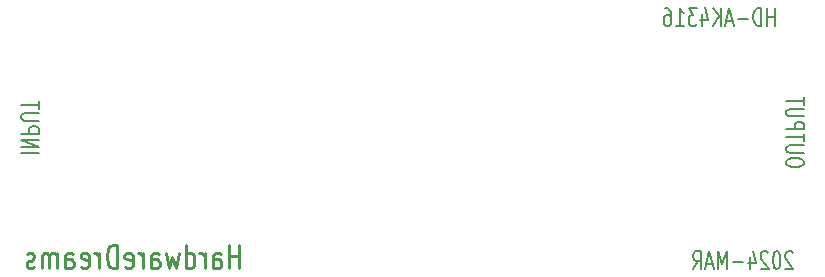
<source format=gbr>
%TF.GenerationSoftware,KiCad,Pcbnew,7.0.10*%
%TF.CreationDate,2024-03-29T17:01:24+09:00*%
%TF.ProjectId,HD-AK4316,48442d41-4b34-4333-9136-2e6b69636164,rev?*%
%TF.SameCoordinates,Original*%
%TF.FileFunction,Legend,Bot*%
%TF.FilePolarity,Positive*%
%FSLAX46Y46*%
G04 Gerber Fmt 4.6, Leading zero omitted, Abs format (unit mm)*
G04 Created by KiCad (PCBNEW 7.0.10) date 2024-03-29 17:01:24*
%MOMM*%
%LPD*%
G01*
G04 APERTURE LIST*
%ADD10C,0.200000*%
%ADD11C,0.250000*%
G04 APERTURE END LIST*
D10*
X192158898Y-72348885D02*
X192106517Y-72277457D01*
X192106517Y-72277457D02*
X192001755Y-72206028D01*
X192001755Y-72206028D02*
X191739850Y-72206028D01*
X191739850Y-72206028D02*
X191635088Y-72277457D01*
X191635088Y-72277457D02*
X191582707Y-72348885D01*
X191582707Y-72348885D02*
X191530326Y-72491742D01*
X191530326Y-72491742D02*
X191530326Y-72634600D01*
X191530326Y-72634600D02*
X191582707Y-72848885D01*
X191582707Y-72848885D02*
X192211279Y-73706028D01*
X192211279Y-73706028D02*
X191530326Y-73706028D01*
X190849374Y-72206028D02*
X190744612Y-72206028D01*
X190744612Y-72206028D02*
X190639850Y-72277457D01*
X190639850Y-72277457D02*
X190587469Y-72348885D01*
X190587469Y-72348885D02*
X190535088Y-72491742D01*
X190535088Y-72491742D02*
X190482707Y-72777457D01*
X190482707Y-72777457D02*
X190482707Y-73134600D01*
X190482707Y-73134600D02*
X190535088Y-73420314D01*
X190535088Y-73420314D02*
X190587469Y-73563171D01*
X190587469Y-73563171D02*
X190639850Y-73634600D01*
X190639850Y-73634600D02*
X190744612Y-73706028D01*
X190744612Y-73706028D02*
X190849374Y-73706028D01*
X190849374Y-73706028D02*
X190954136Y-73634600D01*
X190954136Y-73634600D02*
X191006517Y-73563171D01*
X191006517Y-73563171D02*
X191058898Y-73420314D01*
X191058898Y-73420314D02*
X191111279Y-73134600D01*
X191111279Y-73134600D02*
X191111279Y-72777457D01*
X191111279Y-72777457D02*
X191058898Y-72491742D01*
X191058898Y-72491742D02*
X191006517Y-72348885D01*
X191006517Y-72348885D02*
X190954136Y-72277457D01*
X190954136Y-72277457D02*
X190849374Y-72206028D01*
X190063660Y-72348885D02*
X190011279Y-72277457D01*
X190011279Y-72277457D02*
X189906517Y-72206028D01*
X189906517Y-72206028D02*
X189644612Y-72206028D01*
X189644612Y-72206028D02*
X189539850Y-72277457D01*
X189539850Y-72277457D02*
X189487469Y-72348885D01*
X189487469Y-72348885D02*
X189435088Y-72491742D01*
X189435088Y-72491742D02*
X189435088Y-72634600D01*
X189435088Y-72634600D02*
X189487469Y-72848885D01*
X189487469Y-72848885D02*
X190116041Y-73706028D01*
X190116041Y-73706028D02*
X189435088Y-73706028D01*
X188492231Y-72706028D02*
X188492231Y-73706028D01*
X188754136Y-72134600D02*
X189016041Y-73206028D01*
X189016041Y-73206028D02*
X188335088Y-73206028D01*
X187916041Y-73134600D02*
X187077946Y-73134600D01*
X186554136Y-73706028D02*
X186554136Y-72206028D01*
X186554136Y-72206028D02*
X186187469Y-73277457D01*
X186187469Y-73277457D02*
X185820802Y-72206028D01*
X185820802Y-72206028D02*
X185820802Y-73706028D01*
X185349374Y-73277457D02*
X184825564Y-73277457D01*
X185454136Y-73706028D02*
X185087469Y-72206028D01*
X185087469Y-72206028D02*
X184720802Y-73706028D01*
X183725564Y-73706028D02*
X184092231Y-72991742D01*
X184354136Y-73706028D02*
X184354136Y-72206028D01*
X184354136Y-72206028D02*
X183935088Y-72206028D01*
X183935088Y-72206028D02*
X183830326Y-72277457D01*
X183830326Y-72277457D02*
X183777945Y-72348885D01*
X183777945Y-72348885D02*
X183725564Y-72491742D01*
X183725564Y-72491742D02*
X183725564Y-72706028D01*
X183725564Y-72706028D02*
X183777945Y-72848885D01*
X183777945Y-72848885D02*
X183830326Y-72920314D01*
X183830326Y-72920314D02*
X183935088Y-72991742D01*
X183935088Y-72991742D02*
X184354136Y-72991742D01*
X126793971Y-63906517D02*
X128293971Y-63906517D01*
X126793971Y-63382707D02*
X128293971Y-63382707D01*
X128293971Y-63382707D02*
X126793971Y-62754135D01*
X126793971Y-62754135D02*
X128293971Y-62754135D01*
X126793971Y-62230326D02*
X128293971Y-62230326D01*
X128293971Y-62230326D02*
X128293971Y-61811278D01*
X128293971Y-61811278D02*
X128222542Y-61706516D01*
X128222542Y-61706516D02*
X128151114Y-61654135D01*
X128151114Y-61654135D02*
X128008257Y-61601754D01*
X128008257Y-61601754D02*
X127793971Y-61601754D01*
X127793971Y-61601754D02*
X127651114Y-61654135D01*
X127651114Y-61654135D02*
X127579685Y-61706516D01*
X127579685Y-61706516D02*
X127508257Y-61811278D01*
X127508257Y-61811278D02*
X127508257Y-62230326D01*
X128293971Y-61130326D02*
X127079685Y-61130326D01*
X127079685Y-61130326D02*
X126936828Y-61077945D01*
X126936828Y-61077945D02*
X126865400Y-61025564D01*
X126865400Y-61025564D02*
X126793971Y-60920802D01*
X126793971Y-60920802D02*
X126793971Y-60711278D01*
X126793971Y-60711278D02*
X126865400Y-60606516D01*
X126865400Y-60606516D02*
X126936828Y-60554135D01*
X126936828Y-60554135D02*
X127079685Y-60501754D01*
X127079685Y-60501754D02*
X128293971Y-60501754D01*
X128293971Y-60135088D02*
X128293971Y-59506516D01*
X126793971Y-59820802D02*
X128293971Y-59820802D01*
D11*
X145278384Y-73642238D02*
X145278384Y-71642238D01*
X145278384Y-72594619D02*
X144421241Y-72594619D01*
X144421241Y-73642238D02*
X144421241Y-71642238D01*
X143064098Y-73642238D02*
X143064098Y-72594619D01*
X143064098Y-72594619D02*
X143135526Y-72404142D01*
X143135526Y-72404142D02*
X143278383Y-72308904D01*
X143278383Y-72308904D02*
X143564098Y-72308904D01*
X143564098Y-72308904D02*
X143706955Y-72404142D01*
X143064098Y-73547000D02*
X143206955Y-73642238D01*
X143206955Y-73642238D02*
X143564098Y-73642238D01*
X143564098Y-73642238D02*
X143706955Y-73547000D01*
X143706955Y-73547000D02*
X143778383Y-73356523D01*
X143778383Y-73356523D02*
X143778383Y-73166047D01*
X143778383Y-73166047D02*
X143706955Y-72975571D01*
X143706955Y-72975571D02*
X143564098Y-72880333D01*
X143564098Y-72880333D02*
X143206955Y-72880333D01*
X143206955Y-72880333D02*
X143064098Y-72785095D01*
X142349812Y-73642238D02*
X142349812Y-72308904D01*
X142349812Y-72689857D02*
X142278383Y-72499380D01*
X142278383Y-72499380D02*
X142206955Y-72404142D01*
X142206955Y-72404142D02*
X142064097Y-72308904D01*
X142064097Y-72308904D02*
X141921240Y-72308904D01*
X140778384Y-73642238D02*
X140778384Y-71642238D01*
X140778384Y-73547000D02*
X140921241Y-73642238D01*
X140921241Y-73642238D02*
X141206955Y-73642238D01*
X141206955Y-73642238D02*
X141349812Y-73547000D01*
X141349812Y-73547000D02*
X141421241Y-73451761D01*
X141421241Y-73451761D02*
X141492669Y-73261285D01*
X141492669Y-73261285D02*
X141492669Y-72689857D01*
X141492669Y-72689857D02*
X141421241Y-72499380D01*
X141421241Y-72499380D02*
X141349812Y-72404142D01*
X141349812Y-72404142D02*
X141206955Y-72308904D01*
X141206955Y-72308904D02*
X140921241Y-72308904D01*
X140921241Y-72308904D02*
X140778384Y-72404142D01*
X140206955Y-72308904D02*
X139921241Y-73642238D01*
X139921241Y-73642238D02*
X139635526Y-72689857D01*
X139635526Y-72689857D02*
X139349812Y-73642238D01*
X139349812Y-73642238D02*
X139064098Y-72308904D01*
X137849812Y-73642238D02*
X137849812Y-72594619D01*
X137849812Y-72594619D02*
X137921240Y-72404142D01*
X137921240Y-72404142D02*
X138064097Y-72308904D01*
X138064097Y-72308904D02*
X138349812Y-72308904D01*
X138349812Y-72308904D02*
X138492669Y-72404142D01*
X137849812Y-73547000D02*
X137992669Y-73642238D01*
X137992669Y-73642238D02*
X138349812Y-73642238D01*
X138349812Y-73642238D02*
X138492669Y-73547000D01*
X138492669Y-73547000D02*
X138564097Y-73356523D01*
X138564097Y-73356523D02*
X138564097Y-73166047D01*
X138564097Y-73166047D02*
X138492669Y-72975571D01*
X138492669Y-72975571D02*
X138349812Y-72880333D01*
X138349812Y-72880333D02*
X137992669Y-72880333D01*
X137992669Y-72880333D02*
X137849812Y-72785095D01*
X137135526Y-73642238D02*
X137135526Y-72308904D01*
X137135526Y-72689857D02*
X137064097Y-72499380D01*
X137064097Y-72499380D02*
X136992669Y-72404142D01*
X136992669Y-72404142D02*
X136849811Y-72308904D01*
X136849811Y-72308904D02*
X136706954Y-72308904D01*
X135635526Y-73547000D02*
X135778383Y-73642238D01*
X135778383Y-73642238D02*
X136064098Y-73642238D01*
X136064098Y-73642238D02*
X136206955Y-73547000D01*
X136206955Y-73547000D02*
X136278383Y-73356523D01*
X136278383Y-73356523D02*
X136278383Y-72594619D01*
X136278383Y-72594619D02*
X136206955Y-72404142D01*
X136206955Y-72404142D02*
X136064098Y-72308904D01*
X136064098Y-72308904D02*
X135778383Y-72308904D01*
X135778383Y-72308904D02*
X135635526Y-72404142D01*
X135635526Y-72404142D02*
X135564098Y-72594619D01*
X135564098Y-72594619D02*
X135564098Y-72785095D01*
X135564098Y-72785095D02*
X136278383Y-72975571D01*
X134921241Y-73642238D02*
X134921241Y-71642238D01*
X134921241Y-71642238D02*
X134564098Y-71642238D01*
X134564098Y-71642238D02*
X134349812Y-71737476D01*
X134349812Y-71737476D02*
X134206955Y-71927952D01*
X134206955Y-71927952D02*
X134135526Y-72118428D01*
X134135526Y-72118428D02*
X134064098Y-72499380D01*
X134064098Y-72499380D02*
X134064098Y-72785095D01*
X134064098Y-72785095D02*
X134135526Y-73166047D01*
X134135526Y-73166047D02*
X134206955Y-73356523D01*
X134206955Y-73356523D02*
X134349812Y-73547000D01*
X134349812Y-73547000D02*
X134564098Y-73642238D01*
X134564098Y-73642238D02*
X134921241Y-73642238D01*
X133421241Y-73642238D02*
X133421241Y-72308904D01*
X133421241Y-72689857D02*
X133349812Y-72499380D01*
X133349812Y-72499380D02*
X133278384Y-72404142D01*
X133278384Y-72404142D02*
X133135526Y-72308904D01*
X133135526Y-72308904D02*
X132992669Y-72308904D01*
X131921241Y-73547000D02*
X132064098Y-73642238D01*
X132064098Y-73642238D02*
X132349813Y-73642238D01*
X132349813Y-73642238D02*
X132492670Y-73547000D01*
X132492670Y-73547000D02*
X132564098Y-73356523D01*
X132564098Y-73356523D02*
X132564098Y-72594619D01*
X132564098Y-72594619D02*
X132492670Y-72404142D01*
X132492670Y-72404142D02*
X132349813Y-72308904D01*
X132349813Y-72308904D02*
X132064098Y-72308904D01*
X132064098Y-72308904D02*
X131921241Y-72404142D01*
X131921241Y-72404142D02*
X131849813Y-72594619D01*
X131849813Y-72594619D02*
X131849813Y-72785095D01*
X131849813Y-72785095D02*
X132564098Y-72975571D01*
X130564099Y-73642238D02*
X130564099Y-72594619D01*
X130564099Y-72594619D02*
X130635527Y-72404142D01*
X130635527Y-72404142D02*
X130778384Y-72308904D01*
X130778384Y-72308904D02*
X131064099Y-72308904D01*
X131064099Y-72308904D02*
X131206956Y-72404142D01*
X130564099Y-73547000D02*
X130706956Y-73642238D01*
X130706956Y-73642238D02*
X131064099Y-73642238D01*
X131064099Y-73642238D02*
X131206956Y-73547000D01*
X131206956Y-73547000D02*
X131278384Y-73356523D01*
X131278384Y-73356523D02*
X131278384Y-73166047D01*
X131278384Y-73166047D02*
X131206956Y-72975571D01*
X131206956Y-72975571D02*
X131064099Y-72880333D01*
X131064099Y-72880333D02*
X130706956Y-72880333D01*
X130706956Y-72880333D02*
X130564099Y-72785095D01*
X129849813Y-73642238D02*
X129849813Y-72308904D01*
X129849813Y-72499380D02*
X129778384Y-72404142D01*
X129778384Y-72404142D02*
X129635527Y-72308904D01*
X129635527Y-72308904D02*
X129421241Y-72308904D01*
X129421241Y-72308904D02*
X129278384Y-72404142D01*
X129278384Y-72404142D02*
X129206956Y-72594619D01*
X129206956Y-72594619D02*
X129206956Y-73642238D01*
X129206956Y-72594619D02*
X129135527Y-72404142D01*
X129135527Y-72404142D02*
X128992670Y-72308904D01*
X128992670Y-72308904D02*
X128778384Y-72308904D01*
X128778384Y-72308904D02*
X128635527Y-72404142D01*
X128635527Y-72404142D02*
X128564098Y-72594619D01*
X128564098Y-72594619D02*
X128564098Y-73642238D01*
X127921241Y-73547000D02*
X127778384Y-73642238D01*
X127778384Y-73642238D02*
X127492670Y-73642238D01*
X127492670Y-73642238D02*
X127349813Y-73547000D01*
X127349813Y-73547000D02*
X127278384Y-73356523D01*
X127278384Y-73356523D02*
X127278384Y-73261285D01*
X127278384Y-73261285D02*
X127349813Y-73070809D01*
X127349813Y-73070809D02*
X127492670Y-72975571D01*
X127492670Y-72975571D02*
X127706956Y-72975571D01*
X127706956Y-72975571D02*
X127849813Y-72880333D01*
X127849813Y-72880333D02*
X127921241Y-72689857D01*
X127921241Y-72689857D02*
X127921241Y-72594619D01*
X127921241Y-72594619D02*
X127849813Y-72404142D01*
X127849813Y-72404142D02*
X127706956Y-72308904D01*
X127706956Y-72308904D02*
X127492670Y-72308904D01*
X127492670Y-72308904D02*
X127349813Y-72404142D01*
D10*
X193093971Y-64796993D02*
X193093971Y-64587469D01*
X193093971Y-64587469D02*
X193022542Y-64482707D01*
X193022542Y-64482707D02*
X192879685Y-64377945D01*
X192879685Y-64377945D02*
X192593971Y-64325564D01*
X192593971Y-64325564D02*
X192093971Y-64325564D01*
X192093971Y-64325564D02*
X191808257Y-64377945D01*
X191808257Y-64377945D02*
X191665400Y-64482707D01*
X191665400Y-64482707D02*
X191593971Y-64587469D01*
X191593971Y-64587469D02*
X191593971Y-64796993D01*
X191593971Y-64796993D02*
X191665400Y-64901755D01*
X191665400Y-64901755D02*
X191808257Y-65006517D01*
X191808257Y-65006517D02*
X192093971Y-65058898D01*
X192093971Y-65058898D02*
X192593971Y-65058898D01*
X192593971Y-65058898D02*
X192879685Y-65006517D01*
X192879685Y-65006517D02*
X193022542Y-64901755D01*
X193022542Y-64901755D02*
X193093971Y-64796993D01*
X193093971Y-63854136D02*
X191879685Y-63854136D01*
X191879685Y-63854136D02*
X191736828Y-63801755D01*
X191736828Y-63801755D02*
X191665400Y-63749374D01*
X191665400Y-63749374D02*
X191593971Y-63644612D01*
X191593971Y-63644612D02*
X191593971Y-63435088D01*
X191593971Y-63435088D02*
X191665400Y-63330326D01*
X191665400Y-63330326D02*
X191736828Y-63277945D01*
X191736828Y-63277945D02*
X191879685Y-63225564D01*
X191879685Y-63225564D02*
X193093971Y-63225564D01*
X193093971Y-62858898D02*
X193093971Y-62230326D01*
X191593971Y-62544612D02*
X193093971Y-62544612D01*
X191593971Y-61863660D02*
X193093971Y-61863660D01*
X193093971Y-61863660D02*
X193093971Y-61444612D01*
X193093971Y-61444612D02*
X193022542Y-61339850D01*
X193022542Y-61339850D02*
X192951114Y-61287469D01*
X192951114Y-61287469D02*
X192808257Y-61235088D01*
X192808257Y-61235088D02*
X192593971Y-61235088D01*
X192593971Y-61235088D02*
X192451114Y-61287469D01*
X192451114Y-61287469D02*
X192379685Y-61339850D01*
X192379685Y-61339850D02*
X192308257Y-61444612D01*
X192308257Y-61444612D02*
X192308257Y-61863660D01*
X193093971Y-60763660D02*
X191879685Y-60763660D01*
X191879685Y-60763660D02*
X191736828Y-60711279D01*
X191736828Y-60711279D02*
X191665400Y-60658898D01*
X191665400Y-60658898D02*
X191593971Y-60554136D01*
X191593971Y-60554136D02*
X191593971Y-60344612D01*
X191593971Y-60344612D02*
X191665400Y-60239850D01*
X191665400Y-60239850D02*
X191736828Y-60187469D01*
X191736828Y-60187469D02*
X191879685Y-60135088D01*
X191879685Y-60135088D02*
X193093971Y-60135088D01*
X193093971Y-59768422D02*
X193093971Y-59139850D01*
X191593971Y-59454136D02*
X193093971Y-59454136D01*
X190606517Y-53106028D02*
X190606517Y-51606028D01*
X190606517Y-52320314D02*
X189977945Y-52320314D01*
X189977945Y-53106028D02*
X189977945Y-51606028D01*
X189454136Y-53106028D02*
X189454136Y-51606028D01*
X189454136Y-51606028D02*
X189192231Y-51606028D01*
X189192231Y-51606028D02*
X189035088Y-51677457D01*
X189035088Y-51677457D02*
X188930326Y-51820314D01*
X188930326Y-51820314D02*
X188877945Y-51963171D01*
X188877945Y-51963171D02*
X188825564Y-52248885D01*
X188825564Y-52248885D02*
X188825564Y-52463171D01*
X188825564Y-52463171D02*
X188877945Y-52748885D01*
X188877945Y-52748885D02*
X188930326Y-52891742D01*
X188930326Y-52891742D02*
X189035088Y-53034600D01*
X189035088Y-53034600D02*
X189192231Y-53106028D01*
X189192231Y-53106028D02*
X189454136Y-53106028D01*
X188354136Y-52534600D02*
X187516041Y-52534600D01*
X187044612Y-52677457D02*
X186520802Y-52677457D01*
X187149374Y-53106028D02*
X186782707Y-51606028D01*
X186782707Y-51606028D02*
X186416040Y-53106028D01*
X186049374Y-53106028D02*
X186049374Y-51606028D01*
X185420802Y-53106028D02*
X185892231Y-52248885D01*
X185420802Y-51606028D02*
X186049374Y-52463171D01*
X184477945Y-52106028D02*
X184477945Y-53106028D01*
X184739850Y-51534600D02*
X185001755Y-52606028D01*
X185001755Y-52606028D02*
X184320802Y-52606028D01*
X184006517Y-51606028D02*
X183325564Y-51606028D01*
X183325564Y-51606028D02*
X183692231Y-52177457D01*
X183692231Y-52177457D02*
X183535088Y-52177457D01*
X183535088Y-52177457D02*
X183430326Y-52248885D01*
X183430326Y-52248885D02*
X183377945Y-52320314D01*
X183377945Y-52320314D02*
X183325564Y-52463171D01*
X183325564Y-52463171D02*
X183325564Y-52820314D01*
X183325564Y-52820314D02*
X183377945Y-52963171D01*
X183377945Y-52963171D02*
X183430326Y-53034600D01*
X183430326Y-53034600D02*
X183535088Y-53106028D01*
X183535088Y-53106028D02*
X183849374Y-53106028D01*
X183849374Y-53106028D02*
X183954136Y-53034600D01*
X183954136Y-53034600D02*
X184006517Y-52963171D01*
X182277945Y-53106028D02*
X182906517Y-53106028D01*
X182592231Y-53106028D02*
X182592231Y-51606028D01*
X182592231Y-51606028D02*
X182696993Y-51820314D01*
X182696993Y-51820314D02*
X182801755Y-51963171D01*
X182801755Y-51963171D02*
X182906517Y-52034600D01*
X181335088Y-51606028D02*
X181544612Y-51606028D01*
X181544612Y-51606028D02*
X181649374Y-51677457D01*
X181649374Y-51677457D02*
X181701755Y-51748885D01*
X181701755Y-51748885D02*
X181806517Y-51963171D01*
X181806517Y-51963171D02*
X181858898Y-52248885D01*
X181858898Y-52248885D02*
X181858898Y-52820314D01*
X181858898Y-52820314D02*
X181806517Y-52963171D01*
X181806517Y-52963171D02*
X181754136Y-53034600D01*
X181754136Y-53034600D02*
X181649374Y-53106028D01*
X181649374Y-53106028D02*
X181439850Y-53106028D01*
X181439850Y-53106028D02*
X181335088Y-53034600D01*
X181335088Y-53034600D02*
X181282707Y-52963171D01*
X181282707Y-52963171D02*
X181230326Y-52820314D01*
X181230326Y-52820314D02*
X181230326Y-52463171D01*
X181230326Y-52463171D02*
X181282707Y-52320314D01*
X181282707Y-52320314D02*
X181335088Y-52248885D01*
X181335088Y-52248885D02*
X181439850Y-52177457D01*
X181439850Y-52177457D02*
X181649374Y-52177457D01*
X181649374Y-52177457D02*
X181754136Y-52248885D01*
X181754136Y-52248885D02*
X181806517Y-52320314D01*
X181806517Y-52320314D02*
X181858898Y-52463171D01*
M02*

</source>
